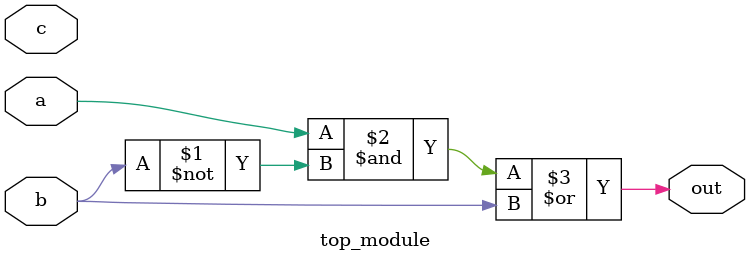
<source format=sv>
module top_module(
    input a, 
    input b,
    input c,
    output out
);

assign out = (a & ~b) | b;

endmodule

</source>
